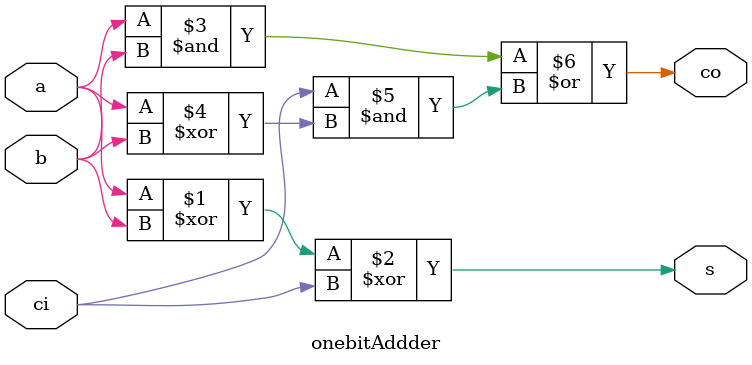
<source format=v>
`timescale 1ns / 1ps
module onebitAddder(
	input a, b, ci,
	output s,co
);	

       assign s = a^b^ci;
       assign co = (a&b) | (ci&(a^b));
		 
endmodule

</source>
